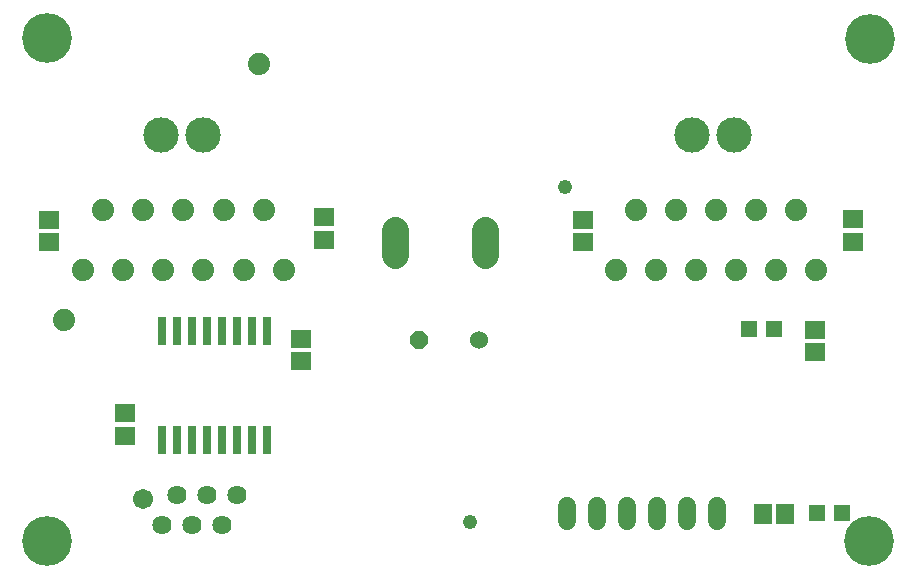
<source format=gts>
G75*
%MOIN*%
%OFA0B0*%
%FSLAX24Y24*%
%IPPOS*%
%LPD*%
%AMOC8*
5,1,8,0,0,1.08239X$1,22.5*
%
%ADD10C,0.0740*%
%ADD11R,0.0671X0.0592*%
%ADD12R,0.0592X0.0710*%
%ADD13R,0.0710X0.0592*%
%ADD14R,0.0552X0.0552*%
%ADD15C,0.1182*%
%ADD16C,0.0600*%
%ADD17OC8,0.0600*%
%ADD18C,0.0600*%
%ADD19C,0.0905*%
%ADD20R,0.0316X0.0946*%
%ADD21C,0.0640*%
%ADD22C,0.0671*%
%ADD23C,0.1661*%
%ADD24C,0.0480*%
D10*
X008141Y011137D03*
X008760Y012811D03*
X010098Y012811D03*
X011437Y012811D03*
X012775Y012811D03*
X014114Y012811D03*
X015452Y012811D03*
X014783Y014811D03*
X013445Y014811D03*
X012106Y014811D03*
X010767Y014811D03*
X009429Y014811D03*
X014637Y019681D03*
X026510Y012811D03*
X027848Y012811D03*
X029187Y012811D03*
X030525Y012811D03*
X031864Y012811D03*
X033202Y012811D03*
X032533Y014811D03*
X031195Y014811D03*
X029856Y014811D03*
X028517Y014811D03*
X027179Y014811D03*
D11*
X025417Y014486D03*
X025417Y013738D03*
X016783Y013830D03*
X016783Y014578D03*
X016015Y010527D03*
X016015Y009779D03*
X010149Y008047D03*
X010149Y007299D03*
X007618Y013740D03*
X007618Y014488D03*
X034441Y014511D03*
X034441Y013763D03*
D12*
X032173Y004700D03*
X031425Y004700D03*
D13*
X033161Y010082D03*
X033161Y010830D03*
D14*
X031779Y010834D03*
X030952Y010834D03*
X033224Y004708D03*
X034051Y004708D03*
D15*
X030448Y017311D03*
X029071Y017311D03*
X012752Y017311D03*
X011374Y017311D03*
D16*
X024889Y004964D02*
X024889Y004444D01*
X025889Y004444D02*
X025889Y004964D01*
X026889Y004964D02*
X026889Y004444D01*
X027889Y004444D02*
X027889Y004964D01*
X028889Y004964D02*
X028889Y004444D01*
X029889Y004444D02*
X029889Y004964D01*
D17*
X019958Y010468D03*
D18*
X021958Y010468D03*
D19*
X022161Y013331D02*
X022161Y014156D01*
X019161Y014156D02*
X019161Y013331D01*
D20*
X014891Y010783D03*
X014391Y010783D03*
X013891Y010783D03*
X013391Y010783D03*
X012891Y010783D03*
X012391Y010783D03*
X011891Y010783D03*
X011391Y010783D03*
X011391Y007161D03*
X011891Y007161D03*
X012391Y007161D03*
X012891Y007161D03*
X013391Y007161D03*
X013891Y007161D03*
X014391Y007161D03*
X014891Y007161D03*
D21*
X013909Y005326D03*
X012909Y005326D03*
X011909Y005326D03*
X011409Y004326D03*
X012409Y004326D03*
X013409Y004326D03*
D22*
X010771Y005183D03*
D23*
X007551Y003775D03*
X034952Y003775D03*
X034992Y020507D03*
X007551Y020547D03*
D24*
X024834Y015586D03*
X021645Y004405D03*
M02*

</source>
